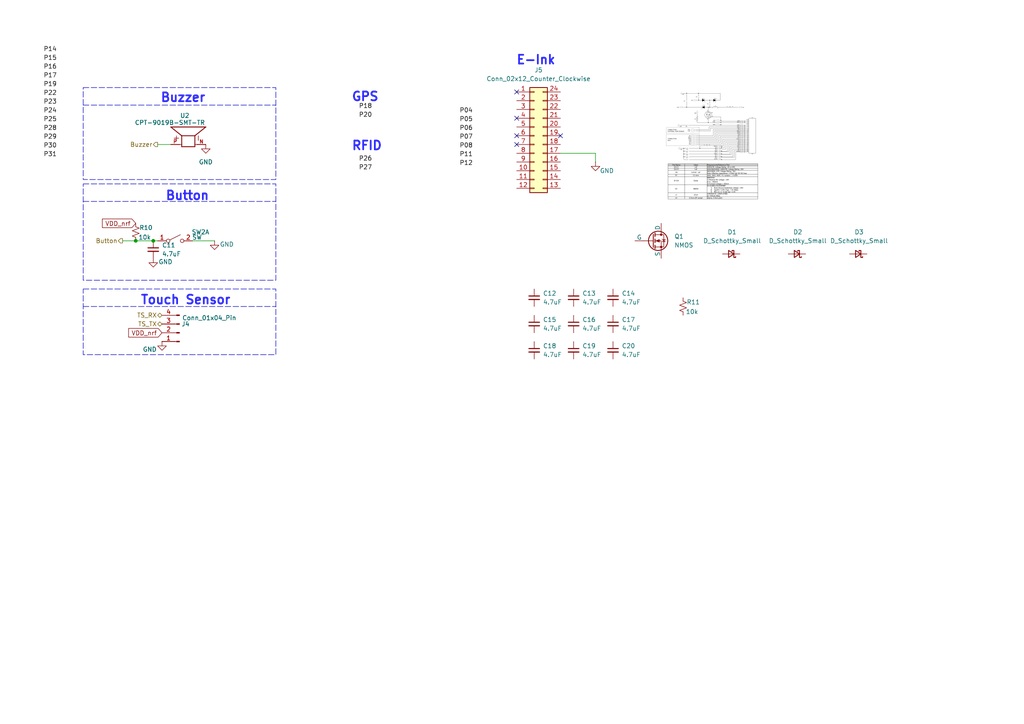
<source format=kicad_sch>
(kicad_sch (version 20250114) (generator "eeschema") (generator_version "9.0")
  (paper "A4")
  (lib_symbols
    (symbol "CPT-9019B-SMT-TR:CPT-9019B-SMT-TR" (pin_names (offset 1.016))
      (property "Reference" "U" (at -1.27 6.35 0))
      (property "Value" "CPT-9019B-SMT-TR" (at -1.27 -8.255 0))
      (symbol "CPT-9019B-SMT-TR_0_0"
        (polyline (pts (xy -3.175 1.905) (xy -3.175 -1.905)) (stroke (width 0.254)))
        (polyline (pts (xy -3.175 1.905) (xy -2.54 1.905)) (stroke (width 0.254)))
        (polyline (pts (xy -3.175 -1.905) (xy -2.54 -1.905)) (stroke (width 0.254)))
        (polyline (pts (xy -2.54 2.54) (xy -2.54 1.905)) (stroke (width 0.1524)))
        (polyline (pts (xy -2.54 1.905) (xy 0 1.905)) (stroke (width 0.254)))
        (polyline (pts (xy -2.54 -1.905) (xy 0 -1.905)) (stroke (width 0.254)))
        (polyline (pts (xy -2.54 -2.54) (xy -2.54 -1.905)) (stroke (width 0.1524)))
        (polyline (pts (xy 0 1.905) (xy 2.54 5.08)) (stroke (width 0.254)))
        (polyline (pts (xy 0 -1.905) (xy 0 1.905)) (stroke (width 0.254)))
        (polyline (pts (xy 0 -1.905) (xy 2.54 -5.08)) (stroke (width 0.254)))
        (polyline (pts (xy 2.54 -5.08) (xy 2.54 5.08)) (stroke (width 0.254)))
        (text "+" (at -1.905 2.54 0) (effects (font (size 1.778 1.778)) (justify left bottom)))
        (text "-" (at -1.905 -3.81 0) (effects (font (size 1.778 1.778)) (justify left bottom)))
      )
      (symbol "CPT-9019B-SMT-TR_1_0"
        (pin passive line (at -2.54 5.08 270) (length 2.54) (name "~") (number "P"))
        (pin passive line (at -2.54 -5.08 90) (length 2.54) (name "~") (number "N"))
      )
    )
    (symbol "Connector:Conn_01x04_Pin" (pin_names (offset 1.016) (hide yes))
      (property "Reference" "J" (at 0 5.08 0))
      (property "Value" "Conn_01x04_Pin" (at 0 -7.62 0))
      (symbol "Conn_01x04_Pin_1_1"
        (rectangle (start 0.8636 2.667) (end 0 2.413) (stroke (width 0.1524)) (fill (type outline)))
        (rectangle (start 0.8636 0.127) (end 0 -0.127) (stroke (width 0.1524)) (fill (type outline)))
        (rectangle (start 0.8636 -2.413) (end 0 -2.667) (stroke (width 0.1524)) (fill (type outline)))
        (rectangle (start 0.8636 -4.953) (end 0 -5.207) (stroke (width 0.1524)) (fill (type outline)))
        (polyline (pts (xy 1.27 2.54) (xy 0.8636 2.54)) (stroke (width 0.1524)))
        (polyline (pts (xy 1.27 0) (xy 0.8636 0)) (stroke (width 0.1524)))
        (polyline (pts (xy 1.27 -2.54) (xy 0.8636 -2.54)) (stroke (width 0.1524)))
        (polyline (pts (xy 1.27 -5.08) (xy 0.8636 -5.08)) (stroke (width 0.1524)))
        (pin passive line (at 5.08 2.54 180) (length 3.81) (name "Pin_1") (number "1"))
        (pin passive line (at 5.08 0 180) (length 3.81) (name "Pin_2") (number "2"))
        (pin passive line (at 5.08 -2.54 180) (length 3.81) (name "Pin_3") (number "3"))
        (pin passive line (at 5.08 -5.08 180) (length 3.81) (name "Pin_4") (number "4"))
      )
    )
    (symbol "Connector_Generic:Conn_02x12_Counter_Clockwise" (pin_names (offset 1.016) (hide yes))
      (property "Reference" "J" (at 1.27 15.24 0))
      (property "Value" "Conn_02x12_Counter_Clockwise" (at 1.27 -17.78 0))
      (symbol "Conn_02x12_Counter_Clockwise_1_1"
        (rectangle (start -1.27 13.97) (end 3.81 -16.51) (stroke (width 0.254)) (fill (type background)))
        (rectangle (start -1.27 12.827) (end 0 12.573) (stroke (width 0.1524)))
        (rectangle (start -1.27 10.287) (end 0 10.033) (stroke (width 0.1524)))
        (rectangle (start -1.27 7.747) (end 0 7.493) (stroke (width 0.1524)))
        (rectangle (start -1.27 5.207) (end 0 4.953) (stroke (width 0.1524)))
        (rectangle (start -1.27 2.667) (end 0 2.413) (stroke (width 0.1524)))
        (rectangle (start -1.27 0.127) (end 0 -0.127) (stroke (width 0.1524)))
        (rectangle (start -1.27 -2.413) (end 0 -2.667) (stroke (width 0.1524)))
        (rectangle (start -1.27 -4.953) (end 0 -5.207) (stroke (width 0.1524)))
        (rectangle (start -1.27 -7.493) (end 0 -7.747) (stroke (width 0.1524)))
        (rectangle (start -1.27 -10.033) (end 0 -10.287) (stroke (width 0.1524)))
        (rectangle (start -1.27 -12.573) (end 0 -12.827) (stroke (width 0.1524)))
        (rectangle (start -1.27 -15.113) (end 0 -15.367) (stroke (width 0.1524)))
        (rectangle (start 3.81 12.827) (end 2.54 12.573) (stroke (width 0.1524)))
        (rectangle (start 3.81 10.287) (end 2.54 10.033) (stroke (width 0.1524)))
        (rectangle (start 3.81 7.747) (end 2.54 7.493) (stroke (width 0.1524)))
        (rectangle (start 3.81 5.207) (end 2.54 4.953) (stroke (width 0.1524)))
        (rectangle (start 3.81 2.667) (end 2.54 2.413) (stroke (width 0.1524)))
        (rectangle (start 3.81 0.127) (end 2.54 -0.127) (stroke (width 0.1524)))
        (rectangle (start 3.81 -2.413) (end 2.54 -2.667) (stroke (width 0.1524)))
        (rectangle (start 3.81 -4.953) (end 2.54 -5.207) (stroke (width 0.1524)))
        (rectangle (start 3.81 -7.493) (end 2.54 -7.747) (stroke (width 0.1524)))
        (rectangle (start 3.81 -10.033) (end 2.54 -10.287) (stroke (width 0.1524)))
        (rectangle (start 3.81 -12.573) (end 2.54 -12.827) (stroke (width 0.1524)))
        (rectangle (start 3.81 -15.113) (end 2.54 -15.367) (stroke (width 0.1524)))
        (pin passive line (at -5.08 12.7 0) (length 3.81) (name "Pin_1") (number "1"))
        (pin passive line (at -5.08 10.16 0) (length 3.81) (name "Pin_2") (number "2"))
        (pin passive line (at -5.08 7.62 0) (length 3.81) (name "Pin_3") (number "3"))
        (pin passive line (at -5.08 5.08 0) (length 3.81) (name "Pin_4") (number "4"))
        (pin passive line (at -5.08 2.54 0) (length 3.81) (name "Pin_5") (number "5"))
        (pin passive line (at -5.08 0 0) (length 3.81) (name "Pin_6") (number "6"))
        (pin passive line (at -5.08 -2.54 0) (length 3.81) (name "Pin_7") (number "7"))
        (pin passive line (at -5.08 -5.08 0) (length 3.81) (name "Pin_8") (number "8"))
        (pin passive line (at -5.08 -7.62 0) (length 3.81) (name "Pin_9") (number "9"))
        (pin passive line (at -5.08 -10.16 0) (length 3.81) (name "Pin_10") (number "10"))
        (pin passive line (at -5.08 -12.7 0) (length 3.81) (name "Pin_11") (number "11"))
        (pin passive line (at -5.08 -15.24 0) (length 3.81) (name "Pin_12") (number "12"))
        (pin passive line (at 7.62 12.7 180) (length 3.81) (name "Pin_24") (number "24"))
        (pin passive line (at 7.62 10.16 180) (length 3.81) (name "Pin_23") (number "23"))
        (pin passive line (at 7.62 7.62 180) (length 3.81) (name "Pin_22") (number "22"))
        (pin passive line (at 7.62 5.08 180) (length 3.81) (name "Pin_21") (number "21"))
        (pin passive line (at 7.62 2.54 180) (length 3.81) (name "Pin_20") (number "20"))
        (pin passive line (at 7.62 0 180) (length 3.81) (name "Pin_19") (number "19"))
        (pin passive line (at 7.62 -2.54 180) (length 3.81) (name "Pin_18") (number "18"))
        (pin passive line (at 7.62 -5.08 180) (length 3.81) (name "Pin_17") (number "17"))
        (pin passive line (at 7.62 -7.62 180) (length 3.81) (name "Pin_16") (number "16"))
        (pin passive line (at 7.62 -10.16 180) (length 3.81) (name "Pin_15") (number "15"))
        (pin passive line (at 7.62 -12.7 180) (length 3.81) (name "Pin_14") (number "14"))
        (pin passive line (at 7.62 -15.24 180) (length 3.81) (name "Pin_13") (number "13"))
      )
    )
    (symbol "Device:C_Small" (pin_numbers (hide yes)) (pin_names (offset 0.254) (hide yes))
      (property "Reference" "C" (at 0.254 1.778 0))
      (property "Value" "C_Small" (at 0.254 -2.032 0))
      (symbol "C_Small_0_1"
        (polyline (pts (xy -1.524 0.508) (xy 1.524 0.508)) (stroke (width 0.3048)))
        (polyline (pts (xy -1.524 -0.508) (xy 1.524 -0.508)) (stroke (width 0.3302)))
      )
      (symbol "C_Small_1_1"
        (pin passive line (at 0 2.54 270) (length 2.032) (name "~") (number "1"))
        (pin passive line (at 0 -2.54 90) (length 2.032) (name "~") (number "2"))
      )
    )
    (symbol "Device:D_Schottky_Small" (pin_numbers (hide yes)) (pin_names (offset 0.254) (hide yes))
      (property "Reference" "D" (at -1.27 2.032 0))
      (property "Value" "D_Schottky_Small" (at -7.112 -2.032 0))
      (symbol "D_Schottky_Small_0_1"
        (polyline (pts (xy -1.27 0.762) (xy -1.27 1.016) (xy -0.762 1.016) (xy -0.762 -1.016) (xy -0.254 -1.016) (xy -0.254 -0.762)) (stroke (width 0.254)))
        (polyline (pts (xy -0.762 0) (xy 0.762 0)))
        (polyline (pts (xy 0.762 -1.016) (xy -0.762 0) (xy 0.762 1.016) (xy 0.762 -1.016)) (stroke (width 0.254)))
      )
      (symbol "D_Schottky_Small_1_1"
        (pin passive line (at -2.54 0 0) (length 1.778) (name "K") (number "1"))
        (pin passive line (at 2.54 0 180) (length 1.778) (name "A") (number "2"))
      )
    )
    (symbol "Device:R_Small_US" (pin_numbers (hide yes)) (pin_names (offset 0.254) (hide yes))
      (property "Reference" "R" (at 0.762 0.508 0))
      (property "Value" "R_Small_US" (at 0.762 -1.016 0))
      (symbol "R_Small_US_1_1"
        (polyline (pts (xy 0 1.524) (xy 1.016 1.143) (xy 0 0.762) (xy -1.016 0.381) (xy 0 0)))
        (polyline (pts (xy 0 0) (xy 1.016 -0.381) (xy 0 -0.762) (xy -1.016 -1.143) (xy 0 -1.524)))
        (pin passive line (at 0 2.54 270) (length 1.016) (name "~") (number "1"))
        (pin passive line (at 0 -2.54 90) (length 1.016) (name "~") (number "2"))
      )
    )
    (symbol "Simulation_SPICE:NMOS" (pin_numbers (hide yes)) (pin_names (offset 0))
      (property "Reference" "Q" (at 5.08 1.27 0))
      (property "Value" "NMOS" (at 5.08 -1.27 0))
      (symbol "NMOS_0_1"
        (polyline (pts (xy 0.254 1.905) (xy 0.254 -1.905)) (stroke (width 0.254)))
        (polyline (pts (xy 0.254 0) (xy -2.54 0)))
        (polyline (pts (xy 0.762 2.286) (xy 0.762 1.27)) (stroke (width 0.254)))
        (polyline (pts (xy 0.762 0.508) (xy 0.762 -0.508)) (stroke (width 0.254)))
        (polyline (pts (xy 0.762 -1.27) (xy 0.762 -2.286)) (stroke (width 0.254)))
        (polyline (pts (xy 0.762 -1.778) (xy 3.302 -1.778) (xy 3.302 1.778) (xy 0.762 1.778)))
        (polyline (pts (xy 1.016 0) (xy 2.032 0.381) (xy 2.032 -0.381) (xy 1.016 0)) (fill (type outline)))
        (circle (center 1.651 0) (radius 2.794) (stroke (width 0.254)))
        (polyline (pts (xy 2.54 2.54) (xy 2.54 1.778)))
        (circle (center 2.54 1.778) (radius 0.254) (fill (type outline)))
        (circle (center 2.54 -1.778) (radius 0.254) (fill (type outline)))
        (polyline (pts (xy 2.54 -2.54) (xy 2.54 0) (xy 0.762 0)))
        (polyline (pts (xy 2.794 0.508) (xy 2.921 0.381) (xy 3.683 0.381) (xy 3.81 0.254)))
        (polyline (pts (xy 3.302 0.381) (xy 2.921 -0.254) (xy 3.683 -0.254) (xy 3.302 0.381)))
      )
      (symbol "NMOS_1_1"
        (pin input line (at -5.08 0 0) (length 2.54) (name "G") (number "2"))
        (pin passive line (at 2.54 5.08 270) (length 2.54) (name "D") (number "1"))
        (pin passive line (at 2.54 -5.08 90) (length 2.54) (name "S") (number "3"))
      )
    )
    (symbol "Switch:SW_DPST_x2" (pin_names (offset 0) (hide yes))
      (property "Reference" "SW" (at 0 3.175 0))
      (property "Value" "SW_DPST_x2" (at 0 -2.54 0))
      (symbol "SW_DPST_x2_0_0"
        (circle (center -2.032 0) (radius 0.508))
        (polyline (pts (xy -1.524 0.254) (xy 1.524 1.778)))
        (circle (center 2.032 0) (radius 0.508))
      )
      (symbol "SW_DPST_x2_1_1"
        (pin passive line (at -5.08 0 0) (length 2.54) (name "A") (number "1"))
        (pin passive line (at 5.08 0 180) (length 2.54) (name "B") (number "2"))
      )
      (symbol "SW_DPST_x2_2_1"
        (pin passive line (at -5.08 0 0) (length 2.54) (name "A") (number "3"))
        (pin passive line (at 5.08 0 180) (length 2.54) (name "B") (number "4"))
      )
    )
    (symbol "power:GND" (power) (pin_numbers (hide yes)) (pin_names (offset 0) (hide yes))
      (property "Value" "GND" (at 0 -3.81 0))
      (symbol "GND_0_1"
        (polyline (pts (xy 0 0) (xy 0 -1.27) (xy 1.27 -1.27) (xy 0 -2.54) (xy -1.27 -1.27) (xy 0 -1.27)))
      )
      (symbol "GND_1_1"
        (pin power_in line (at 0 0 270) (length 0) (name "~") (number "1"))
      )
    )
  )
  (rectangle (start 24.13 25.4) (end 80.01 52.07) (stroke (width 0) (type dash)))
  (rectangle (start 24.13 83.82) (end 80.01 102.87) (stroke (width 0) (type dash)))
  (rectangle (start 24.13 53.34) (end 80.01 81.28) (stroke (width 0) (type dash)))
  (text "RFID" (at 106.426 42.418 0) (effects (font (size 2.54 2.54) (thickness 0.508) (bold yes))))
  (text "E-Ink" (at 155.448 17.526 0) (effects (font (size 2.54 2.54) (thickness 0.508) (bold yes))))
  (text "GPS" (at 105.918 28.194 0) (effects (font (size 2.54 2.54) (thickness 0.508) (bold yes))))
  (text "Button" (at 54.356 56.896 0) (effects (font (size 2.54 2.54) (thickness 0.508) (bold yes))))
  (text "Touch Sensor" (at 53.848 87.122 0) (effects (font (size 2.54 2.54) (thickness 0.508) (bold yes))))
  (text "Buzzer" (at 53.086 28.448 0) (effects (font (size 2.54 2.54) (thickness 0.508) (bold yes))))
  (junction (at 39.37 69.85))
  (junction (at 44.45 69.85))
  (no_connect (at 149.86 34.29))
  (no_connect (at 149.86 39.37))
  (no_connect (at 149.86 26.67))
  (no_connect (at 162.56 39.37))
  (no_connect (at 149.86 41.91))
  (polyline (pts (xy 24.13 58.42) (xy 80.01 58.42)) (stroke (width 0) (type dash)))
  (polyline (pts (xy 24.13 30.48) (xy 80.01 30.48)) (stroke (width 0) (type dash)))
  (wire (pts (xy 44.45 69.85) (xy 45.72 69.85)))
  (wire (pts (xy 35.56 69.85) (xy 39.37 69.85)))
  (wire (pts (xy 162.56 44.45) (xy 172.72 44.45)))
  (wire (pts (xy 39.37 69.85) (xy 44.45 69.85)))
  (wire (pts (xy 45.72 41.91) (xy 49.53 41.91)))
  (wire (pts (xy 62.23 69.85) (xy 55.88 69.85)))
  (polyline (pts (xy 24.13 88.9) (xy 80.01 88.9)) (stroke (width 0) (type dash)))
  (wire (pts (xy 172.72 44.45) (xy 172.72 46.99)))
  (image (at 207.01 43.18) (scale 0.296915))
  (label "P17" (at 16.51 22.86 180))
  (label "P27" (at 107.95 49.53 180))
  (label "P15" (at 16.51 17.78 180))
  (label "P11" (at 137.16 45.72 180))
  (label "P05" (at 137.16 35.56 180))
  (label "P26" (at 107.95 46.99 180))
  (label "P12" (at 137.16 48.26 180))
  (label "P22" (at 16.51 27.94 180))
  (label "P06" (at 137.16 38.1 180))
  (label "P29" (at 16.51 40.64 180))
  (label "P23" (at 16.51 30.48 180))
  (label "P20" (at 107.95 34.29 180))
  (label "P07" (at 137.16 40.64 180))
  (label "P30" (at 16.51 43.18 180))
  (label "P19" (at 16.51 25.4 180))
  (label "P04" (at 137.16 33.02 180))
  (label "P24" (at 16.51 33.02 180))
  (label "P25" (at 16.51 35.56 180))
  (label "P18" (at 107.95 31.75 180))
  (label "P16" (at 16.51 20.32 180))
  (label "P14" (at 16.51 15.24 180))
  (label "P08" (at 137.16 43.18 180))
  (label "P31" (at 16.51 45.72 180))
  (label "P28" (at 16.51 38.1 180))
  (global_label "VDD_nrf" (shape input) (at 39.37 64.77 180) (property "Intersheetrefs" "${INTERSHEET_REFS}" (effects (hide yes))))
  (global_label "VDD_nrf" (shape input) (at 46.99 96.52 180) (property "Intersheetrefs" "${INTERSHEET_REFS}" (effects (hide yes))))
  (hierarchical_label "Button" (shape output) (at 35.56 69.85 180))
  (hierarchical_label "TS_TX" (shape bidirectional) (at 46.99 93.98 180))
  (hierarchical_label "TS_RX" (shape bidirectional) (at 46.99 91.44 180))
  (hierarchical_label "Buzzer" (shape output) (at 45.72 41.91 180))
  (symbol (lib_id "power:GND") (at 172.72 46.99 0) (unit 1)
    (property "Reference" "#PWR01" (effects (hide yes)))
    (property "Value" "GND" (at 176.022 49.53 0))
    (property "Description" "Power symbol creates a global label with name \"GND\" , ground" (effects (hide yes)))
  )
  (symbol (lib_id "power:GND") (at 44.45 74.93 0) (unit 1)
    (property "Reference" "#PWR023" (effects (hide yes)))
    (property "Value" "GND" (at 48.006 75.946 0))
    (property "Description" "Power symbol creates a global label with name \"GND\" , ground" (effects (hide yes)))
  )
  (symbol (lib_id "Device:R_Small_US") (at 198.12 88.9 0) (unit 1)
    (property "Reference" "R11" (at 199.136 87.63 0) (effects (justify left)))
    (property "Value" "10k" (at 198.882 90.424 0) (effects (justify left)))
    (property "Description" "Resistor, small US symbol" (effects (hide yes)))
  )
  (symbol (lib_id "Device:C_Small") (at 154.94 101.6 0) (unit 1)
    (property "Reference" "C18" (at 157.48 100.3362 0) (effects (justify left)))
    (property "Value" "4.7uF" (at 157.48 102.8762 0) (effects (justify left)))
    (property "Description" "Unpolarized capacitor, small symbol" (effects (hide yes)))
  )
  (symbol (lib_id "Device:C_Small") (at 166.37 86.36 0) (unit 1)
    (property "Reference" "C13" (at 168.91 85.0962 0) (effects (justify left)))
    (property "Value" "4.7uF" (at 168.91 87.6362 0) (effects (justify left)))
    (property "Description" "Unpolarized capacitor, small symbol" (effects (hide yes)))
  )
  (symbol (lib_id "Device:C_Small") (at 177.8 93.98 0) (unit 1)
    (property "Reference" "C17" (at 180.34 92.7162 0) (effects (justify left)))
    (property "Value" "4.7uF" (at 180.34 95.2562 0) (effects (justify left)))
    (property "Description" "Unpolarized capacitor, small symbol" (effects (hide yes)))
  )
  (symbol (lib_id "power:GND") (at 46.99 99.06 0) (unit 1)
    (property "Reference" "#PWR09" (effects (hide yes)))
    (property "Value" "GND" (at 43.434 101.346 0))
    (property "Description" "Power symbol creates a global label with name \"GND\" , ground" (effects (hide yes)))
  )
  (symbol (lib_id "Device:D_Schottky_Small") (at 231.14 73.66 180) (unit 1)
    (property "Reference" "D2" (at 231.394 67.31 0))
    (property "Value" "D_Schottky_Small" (at 231.394 69.85 0))
    (property "Description" "Schottky diode, small symbol" (effects (hide yes)))
  )
  (symbol (lib_id "power:GND") (at 59.69 41.91 0) (unit 1)
    (property "Reference" "#PWR07" (effects (hide yes)))
    (property "Value" "GND" (at 59.69 46.99 0))
    (property "Description" "Power symbol creates a global label with name \"GND\" , ground" (effects (hide yes)))
  )
  (symbol (lib_id "Device:C_Small") (at 177.8 86.36 0) (unit 1)
    (property "Reference" "C14" (at 180.34 85.0962 0) (effects (justify left)))
    (property "Value" "4.7uF" (at 180.34 87.6362 0) (effects (justify left)))
    (property "Description" "Unpolarized capacitor, small symbol" (effects (hide yes)))
  )
  (symbol (lib_id "Device:C_Small") (at 44.45 72.39 0) (unit 1)
    (property "Reference" "C11" (at 46.99 71.1262 0) (effects (justify left)))
    (property "Value" "4.7uF" (at 46.99 73.6662 0) (effects (justify left)))
    (property "Description" "Unpolarized capacitor, small symbol" (effects (hide yes)))
  )
  (symbol (lib_id "Device:C_Small") (at 166.37 101.6 0) (unit 1)
    (property "Reference" "C19" (at 168.91 100.3362 0) (effects (justify left)))
    (property "Value" "4.7uF" (at 168.91 102.8762 0) (effects (justify left)))
    (property "Description" "Unpolarized capacitor, small symbol" (effects (hide yes)))
  )
  (symbol (lib_id "Device:C_Small") (at 154.94 86.36 0) (unit 1)
    (property "Reference" "C12" (at 157.48 85.0962 0) (effects (justify left)))
    (property "Value" "4.7uF" (at 157.48 87.6362 0) (effects (justify left)))
    (property "Description" "Unpolarized capacitor, small symbol" (effects (hide yes)))
  )
  (symbol (lib_id "Connector_Generic:Conn_02x12_Counter_Clockwise") (at 154.94 39.37 0) (unit 1)
    (property "Reference" "J5" (at 156.21 20.32 0))
    (property "Value" "Conn_02x12_Counter_Clockwise" (at 156.21 22.86 0))
    (property "Footprint" "Connector_FFC-FPC:Amphenol_F32Q-1A7x1-11024_1x24-1MP_P0.5mm_Horizontal" (effects (hide yes)))
    (property "Description" "Generic connector, double row, 02x12, counter clockwise pin numbering scheme (similar to DIP package numbering), script generated (kicad-library-utils/schlib/autogen/connector/)" (effects (hide yes)))
  )
  (symbol (lib_id "Connector:Conn_01x04_Pin") (at 52.07 96.52 180) (unit 1)
    (property "Reference" "J4" (at 53.848 93.98 0))
    (property "Value" "Conn_01x04_Pin" (at 60.706 92.202 0))
    (property "Footprint" "Connector_Molex:Molex_CLIK-Mate_502494-0470_1x04-1MP_P2.00mm_Horizontal" (effects (hide yes)))
    (property "Description" "Generic connector, single row, 01x04, script generated" (effects (hide yes)))
  )
  (symbol (lib_id "Device:C_Small") (at 177.8 101.6 0) (unit 1)
    (property "Reference" "C20" (at 180.34 100.3362 0) (effects (justify left)))
    (property "Value" "4.7uF" (at 180.34 102.8762 0) (effects (justify left)))
    (property "Description" "Unpolarized capacitor, small symbol" (effects (hide yes)))
  )
  (symbol (lib_id "Device:C_Small") (at 154.94 93.98 0) (unit 1)
    (property "Reference" "C15" (at 157.48 92.7162 0) (effects (justify left)))
    (property "Value" "4.7uF" (at 157.48 95.2562 0) (effects (justify left)))
    (property "Description" "Unpolarized capacitor, small symbol" (effects (hide yes)))
  )
  (symbol (lib_id "Switch:SW_DPST_x2") (at 50.8 69.85 0) (unit 1)
    (property "Reference" "SW2" (at 58.166 67.31 0))
    (property "Value" "SW" (at 57.15 68.834 0))
    (property "Description" "Single Pole Single Throw (SPST) switch, separate symbol" (effects (hide yes)))
  )
  (symbol (lib_id "CPT-9019B-SMT-TR:CPT-9019B-SMT-TR") (at 54.61 39.37 90) (unit 1)
    (property "Reference" "U2" (at 53.594 33.528 90))
    (property "Value" "CPT-9019B-SMT-TR" (at 49.276 35.56 90))
    (property "Footprint" "CPT_9019B_SMT_TR:XDCR_CPT-9019B-SMT-TR" (effects (hide yes)))
    (property "PARTREV" "1.0" (effects (hide yes)))
    (property "STANDARD" "Manufacturer Recommendations" (effects (hide yes)))
    (property "MAXIMUM_PACKAGE_HEIGHT" "2.1mm" (effects (hide yes)))
    (property "MANUFACTURER" "Same Sky" (effects (hide yes)))
  )
  (symbol (lib_id "Device:D_Schottky_Small") (at 212.09 73.66 180) (unit 1)
    (property "Reference" "D1" (at 212.344 67.31 0))
    (property "Value" "D_Schottky_Small" (at 212.344 69.85 0))
    (property "Description" "Schottky diode, small symbol" (effects (hide yes)))
  )
  (symbol (lib_id "Simulation_SPICE:NMOS") (at 189.23 69.85 0) (unit 1)
    (property "Reference" "Q1" (at 195.58 68.5799 0) (effects (justify left)))
    (property "Value" "NMOS" (at 195.58 71.1199 0) (effects (justify left)))
    (property "Datasheet" "https://ngspice.sourceforge.io/docs/ngspice-html-manual/manual.xhtml#cha_MOSFETs" (effects (hide yes)))
    (property "Description" "N-MOSFET transistor, drain/source/gate" (effects (hide yes)))
    (property "Sim.Device" "NMOS" (effects (hide yes)))
    (property "Sim.Type" "VDMOS" (effects (hide yes)))
    (property "Sim.Pins" "1=D 2=G 3=S" (effects (hide yes)))
  )
  (symbol (lib_id "Device:D_Schottky_Small") (at 248.92 73.66 180) (unit 1)
    (property "Reference" "D3" (at 249.174 67.31 0))
    (property "Value" "D_Schottky_Small" (at 249.174 69.85 0))
    (property "Description" "Schottky diode, small symbol" (effects (hide yes)))
  )
  (symbol (lib_id "power:GND") (at 62.23 69.85 0) (unit 1)
    (property "Reference" "#PWR013" (effects (hide yes)))
    (property "Value" "GND" (at 65.786 70.866 0))
    (property "Description" "Power symbol creates a global label with name \"GND\" , ground" (effects (hide yes)))
  )
  (symbol (lib_id "Device:C_Small") (at 166.37 93.98 0) (unit 1)
    (property "Reference" "C16" (at 168.91 92.7162 0) (effects (justify left)))
    (property "Value" "4.7uF" (at 168.91 95.2562 0) (effects (justify left)))
    (property "Description" "Unpolarized capacitor, small symbol" (effects (hide yes)))
  )
  (symbol (lib_id "Device:R_Small_US") (at 39.37 67.31 0) (unit 1)
    (property "Reference" "R10" (at 40.386 66.04 0) (effects (justify left)))
    (property "Value" "10k" (at 40.132 68.834 0) (effects (justify left)))
    (property "Description" "Resistor, small US symbol" (effects (hide yes)))
  )
)
</source>
